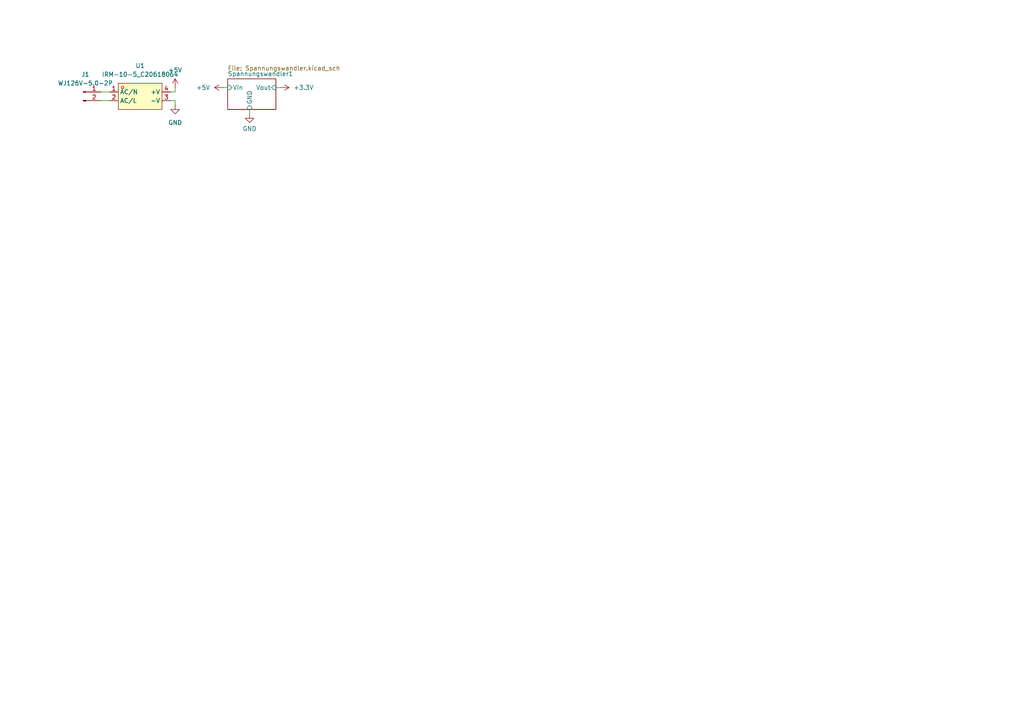
<source format=kicad_sch>
(kicad_sch (version 20231120) (generator "eeschema") (generator_version "8.0")
  (paper "A4")
  (lib_symbols
    (symbol "Connector:Conn_01x02_Pin" (pin_names (offset 1.016) hide)
      (property "Reference" "J" (at 0 2.54 0))
      (property "Value" "Conn_01x02_Pin" (at 0 -5.08 0))
      (symbol "Conn_01x02_Pin_1_1"
        (polyline (pts (xy 1.27 -2.54) (xy 0.8636 -2.54)) (stroke (width 0.1524)))
        (polyline (pts (xy 1.27 0) (xy 0.8636 0)) (stroke (width 0.1524)))
        (rectangle (start 0.8636 -2.413) (end 0 -2.667) (stroke (width 0.1524)) (fill (type outline)))
        (rectangle (start 0.8636 0.127) (end 0 -0.127) (stroke (width 0.1524)) (fill (type outline)))
        (pin passive line (at 5.08 0 180) (length 3.81) (name "Pin_1") (number "1"))
        (pin passive line (at 5.08 -2.54 180) (length 3.81) (name "Pin_2") (number "2"))
      )
    )
    (symbol "Felix:IRM-10-5_C20618064"
      (property "Reference" "U" (at 0 7.62 0))
      (property "Value" "IRM-10-5_C20618064" (at 0 -5.08 0))
      (symbol "IRM-10-5_C20618064_0_1"
        (rectangle (start -7.62 5.08) (end 5.08 -2.54) (fill (type background)))
        (circle (center -6.35 3.81) (radius 0.38))
        (pin unspecified line (at -10.16 2.54 0) (length 2.54) (name "AC/N") (number "1"))
        (pin unspecified line (at -10.16 0 0) (length 2.54) (name "AC/L") (number "2"))
        (pin unspecified line (at 7.62 0 180) (length 2.54) (name "-V") (number "3"))
        (pin unspecified line (at 7.62 2.54 180) (length 2.54) (name "+V") (number "4"))
      )
    )
    (symbol "power:+3.3V" (power) (pin_numbers hide) (pin_names (offset 0) hide)
      (property "Value" "+3.3V" (at 0 3.556 0))
      (symbol "+3.3V_0_1"
        (polyline (pts (xy -0.762 1.27) (xy 0 2.54)))
        (polyline (pts (xy 0 0) (xy 0 2.54)))
        (polyline (pts (xy 0 2.54) (xy 0.762 1.27)))
      )
      (symbol "+3.3V_1_1"
        (pin power_in line (at 0 0 90) (length 0) (name "~") (number "1"))
      )
    )
    (symbol "power:+5V" (power) (pin_numbers hide) (pin_names (offset 0) hide)
      (property "Value" "+5V" (at 0 3.556 0))
      (symbol "+5V_0_1"
        (polyline (pts (xy -0.762 1.27) (xy 0 2.54)))
        (polyline (pts (xy 0 0) (xy 0 2.54)))
        (polyline (pts (xy 0 2.54) (xy 0.762 1.27)))
      )
      (symbol "+5V_1_1"
        (pin power_in line (at 0 0 90) (length 0) (name "~") (number "1"))
      )
    )
    (symbol "power:GND" (power) (pin_numbers hide) (pin_names (offset 0) hide)
      (property "Value" "GND" (at 0 -3.81 0))
      (symbol "GND_0_1"
        (polyline (pts (xy 0 0) (xy 0 -1.27) (xy 1.27 -1.27) (xy 0 -2.54) (xy -1.27 -1.27) (xy 0 -1.27)))
      )
      (symbol "GND_1_1"
        (pin power_in line (at 0 0 270) (length 0) (name "~") (number "1"))
      )
    )
  )
  (wire (pts (xy 49.53 29.21) (xy 50.8 29.21)))
  (wire (pts (xy 80.01 25.4) (xy 81.28 25.4)))
  (wire (pts (xy 64.77 25.4) (xy 66.04 25.4)))
  (wire (pts (xy 50.8 26.67) (xy 49.53 26.67)))
  (wire (pts (xy 72.39 31.75) (xy 72.39 33.02)))
  (wire (pts (xy 29.21 29.21) (xy 31.75 29.21)))
  (wire (pts (xy 50.8 29.21) (xy 50.8 30.48)))
  (wire (pts (xy 50.8 25.4) (xy 50.8 26.67)))
  (wire (pts (xy 29.21 26.67) (xy 31.75 26.67)))
  (symbol (lib_id "power:+5V") (at 64.77 25.4 90) (unit 1)
    (property "Reference" "#PWR03" (effects (hide yes)))
    (property "Value" "+5V" (at 60.96 25.4001 90) (effects (justify left)))
    (property "Description" "Power symbol creates a global label with name \"+5V\"" (effects (hide yes)))
  )
  (symbol (lib_id "Connector:Conn_01x02_Pin") (at 24.13 26.67 0) (unit 1)
    (property "Reference" "J1" (at 24.765 21.59 0))
    (property "Value" "WJ126V-5.0-2P" (at 24.765 24.13 0))
    (property "Footprint" "Felix:CONN-TH_WJ126V-5.0-2P" (effects (hide yes)))
    (property "Description" "Generic connector, single row, 01x02, script generated" (effects (hide yes)))
  )
  (symbol (lib_id "power:GND") (at 72.39 33.02 0) (unit 1)
    (property "Reference" "#PWR04" (effects (hide yes)))
    (property "Value" "GND" (at 72.39 37.338 0))
    (property "Description" "Power symbol creates a global label with name \"GND\" , ground" (effects (hide yes)))
  )
  (symbol (lib_id "power:+5V") (at 50.8 25.4 0) (unit 1)
    (property "Reference" "#PWR02" (effects (hide yes)))
    (property "Value" "+5V" (at 50.8 20.32 0))
    (property "Description" "Power symbol creates a global label with name \"+5V\"" (effects (hide yes)))
  )
  (symbol (lib_id "power:GND") (at 50.8 30.48 0) (unit 1)
    (property "Reference" "#PWR01" (effects (hide yes)))
    (property "Value" "GND" (at 50.8 35.56 0))
    (property "Description" "Power symbol creates a global label with name \"GND\" , ground" (effects (hide yes)))
  )
  (symbol (lib_id "Felix:IRM-10-5_C20618064") (at 41.91 29.21 0) (unit 1)
    (property "Reference" "U1" (at 40.64 19.05 0))
    (property "Value" "IRM-10-5_C20618064" (at 40.64 21.59 0))
    (property "Footprint" "Felix:PWRM-TH_4P-L45.7-W25.4-P8.0" (effects (hide yes)))
    (property "LCSC Part" "C20618064" (effects (hide yes)))
  )
  (symbol (lib_id "power:+3.3V") (at 81.28 25.4 270) (unit 1)
    (property "Reference" "#PWR05" (effects (hide yes)))
    (property "Value" "+3.3V" (at 85.09 25.3999 90) (effects (justify left)))
    (property "Description" "Power symbol creates a global label with name \"+3.3V\"" (effects (hide yes)))
  )
  (sheet (at 66.04 22.86) (size 13.97 8.89) (stroke (width 0.1524))
    (property "Sheetname" "Spannungswandler1" (at 66.04 22.1484 0) (effects (justify left bottom)))
    (property "Sheetfile" "Spannungswandler.kicad_sch" (at 66.04 19.05 0) (effects (justify left top)))
    (pin "Vout" input (at 80.01 25.4 0))
    (pin "GND" input (at 72.39 31.75 270))
    (pin "Vin" input (at 66.04 25.4 180))
  )
)
</source>
